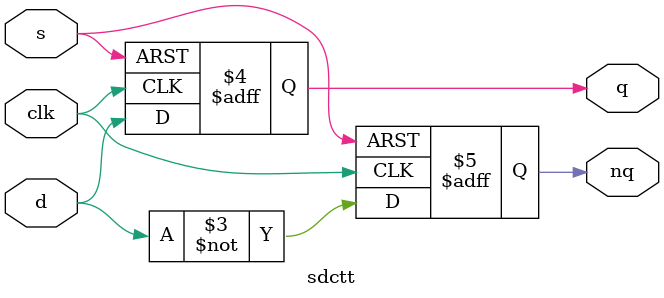
<source format=v>
module sdctt(clk, d, s, q, nq);
    input       clk, d, s;
    output reg  q, nq;

    always@(negedge clk, posedge s)
        if(s == 1'b1) begin
            q <= 1'b1;
            nq <= 1'b0;
        end
        else begin
            q <= d;
            nq <= ~d;
        end
endmodule
</source>
